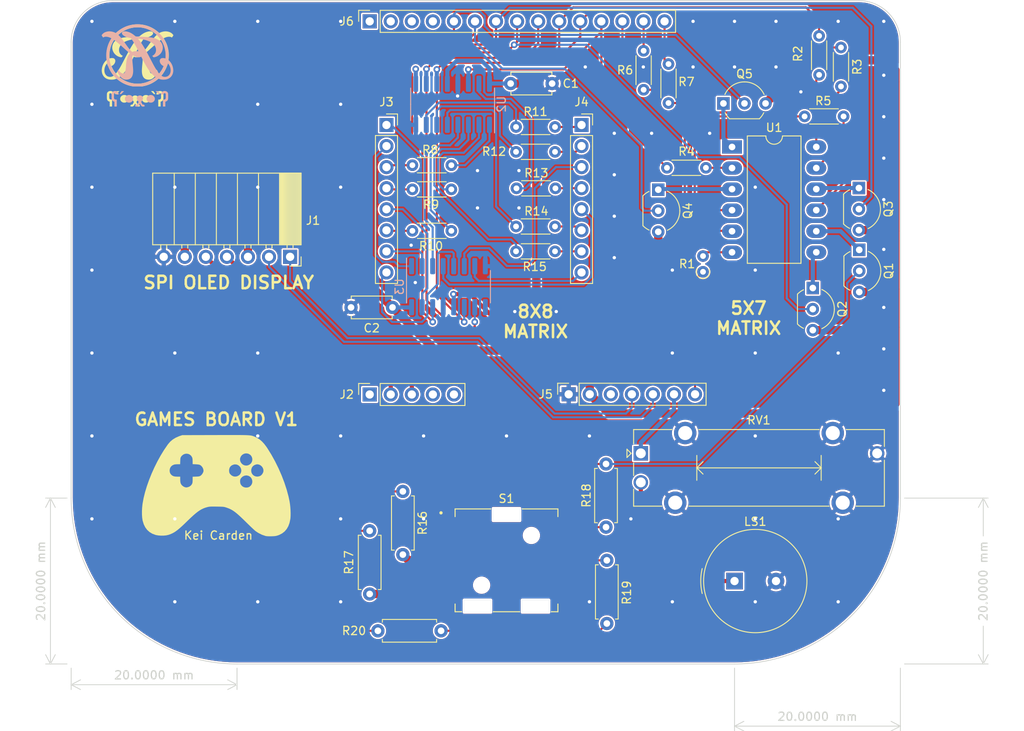
<source format=kicad_pcb>
(kicad_pcb (version 20211014) (generator pcbnew)
  (layers (0 "F.Cu" signal) (31 "B.Cu" signal) (34 "B.Paste" user) (35 "F.Paste" user) (36 "B.SilkS" user "B.Silkscreen") (37 "F.SilkS" user "F.Silkscreen") (38 "B.Mask" user) (39 "F.Mask" user) (44 "Edge.Cuts" user))
  (net 0 "")
  (net 1 "GND")
  (net 2 "VCC")
  (net 3 "CS")
  (net 4 "A0")
  (net 5 "MOSI")
  (net 6 "SCK")
  (net 7 "MX-COL4")
  (net 8 "MX-COL2")
  (net 9 "Net-(J3-Pad3)")
  (net 10 "Net-(J3-Pad4)")
  (net 11 "MX-COL1")
  (net 12 "Net-(J3-Pad6)")
  (net 13 "MX-COL3")
  (net 14 "MX-COL6")
  (net 15 "Net-(J4-Pad1)")
  (net 16 "Net-(J4-Pad2)")
  (net 17 "MX-COL7")
  (net 18 "Net-(J4-Pad4)")
  (net 19 "MX-COL5")
  (net 20 "Net-(J4-Pad6)")
  (net 21 "Net-(J4-Pad7)")
  (net 22 "MX-COL8")
  (net 23 "Net-(Q1-Pad1)")
  (net 24 "COL5")
  (net 25 "Net-(Q2-Pad1)")
  (net 26 "COL4")
  (net 27 "Net-(Q3-Pad1)")
  (net 28 "COL3")
  (net 29 "Net-(Q4-Pad1)")
  (net 30 "COL2")
  (net 31 "Net-(Q5-Pad1)")
  (net 32 "COL1")
  (net 33 "ROW7")
  (net 34 "Net-(R1-Pad2)")
  (net 35 "Net-(R2-Pad1)")
  (net 37 "Net-(R3-Pad1)")
  (net 38 "Net-(R4-Pad1)")
  (net 40 "Net-(R5-Pad1)")
  (net 41 "ROW4")
  (net 42 "Net-(R6-Pad1)")
  (net 43 "ROW5")
  (net 44 "Net-(R7-Pad1)")
  (net 45 "ROW6")
  (net 46 "SER2")
  (net 47 "Latch")
  (net 51 "DATA")
  (net 52 "/SW1")
  (net 53 "/SW2")
  (net 54 "/SW3")
  (net 55 "/SW4")
  (net 56 "/SW5")
  (net 57 "MX-ROW2")
  (net 58 "MX-ROW3")
  (net 59 "MX-ROW4")
  (net 60 "MX-ROW5")
  (net 61 "MX-ROW6")
  (net 62 "MX-ROW7")
  (net 63 "MX-ROW8")
  (net 64 "MX-ROW1")
  (net 68 "MISO")
  (net 69 "ROW2")
  (net 70 "Sound")
  (net 71 "Net-(LS1-Pad1)")
  (footprint "Buzzer_Beeper:Buzzer_TDK_PS1240P02BT_D12.2mm_H6.5mm" (layer "F.Cu") (at 127.5 117.5)
    (fp_text reference "LS1")
    (fp_text value "Speaker")
  )
  (footprint "Resistor_THT:R_Axial_DIN0207_L6.3mm_D2.5mm_P7.62mm_Horizontal" (layer "F.Cu") (at 112.1 115 -90)
    (fp_text reference "R19")
    (fp_text value "2k2")
  )
  (footprint "Resistor_THT:R_Axial_DIN0204_L3.2mm_D1.7mm_P5.08MM_Horizontal" (layer "F.Cu") (at 103.7 68.0875)
    (fp_text reference "R12")
    (fp_text value "220" hide)
  )
  (footprint "Connector_PinSocket_2.54mm:PinSocket_1x07_P2.54mm_Vertical" (layer "F.Cu") (at 107.5 94.975 90)
    (fp_text reference "J5")
    (fp_text value "Conn_01x07_Female")
  )
  (footprint "Resistor_THT:R_Axial_DIN0204_L3.2mm_D1.7mm_P5.08MM_Horizontal" (layer "F.Cu") (at 103.75 72.4875)
    (fp_text reference "R13")
    (fp_text value "220" hide)
  )
  (footprint "Resistor_THT:R_Axial_DIN0204_L3.2mm_D1.7mm_P5.08MM_Horizontal" (layer "F.Cu") (at 103.7 77.0875)
    (fp_text reference "R14")
    (fp_text value "220" hide)
  )
  (footprint "Resistor_THT:R_Axial_DIN0207_L6.3mm_D2.5mm_P7.62mm_Horizontal" (layer "F.Cu") (at 83.5 111.44 -90)
    (fp_text reference "R17")
    (fp_text value "2k2")
  )
  (footprint "Resistor_THT:R_Axial_DIN0204_L3.2mm_D1.7mm_P5.08MM_Horizontal" (layer "F.Cu") (at 140.05 53.9 90)
    (fp_text reference "R2")
    (fp_text value "100" hide)
  )
  (footprint "Package_TO_SOT_THT:TO-92_Inline_Wide" (layer "F.Cu") (at 126.16 59.9)
    (fp_text reference "Q5")
    (fp_text value "2N7000")
  )
  (footprint "Resistor_THT:R_Axial_DIN0207_L6.3mm_D2.5mm_P7.62mm_Horizontal" (layer "F.Cu") (at 112 111 90)
    (fp_text reference "R18")
    (fp_text value "2k2")
  )
  (footprint "Connector_PinSocket_2.54mm:PinSocket_1x15_P2.54mm_Vertical" (layer "F.Cu") (at 83.5 50 90)
    (fp_text reference "J6")
    (fp_text value "RIGHT-BOARD-CONN")
  )
  (footprint "Resistor_THT:R_Axial_DIN0204_L3.6mm_D1.6mm_P1.90mm_Vertical" (layer "F.Cu") (at 123.7 80.205 90)
    (fp_text reference "R1")
    (fp_text value "100" hide)
  )
  (footprint "Connector_PinSocket_2.54mm:PinSocket_1x08_P2.54mm_Vertical" (layer "F.Cu") (at 109.05 62.5)
    (fp_text reference "J4")
    (fp_text value "8x8-MATRIX-RIGHT-CONN")
  )
  (footprint "Resistor_THT:R_Axial_DIN0204_L3.2mm_D1.7mm_P5.08MM_Horizontal" (layer "F.Cu") (at 118.8875 55.7 90)
    (fp_text reference "R6")
    (fp_text value "100" hide)
  )
  (footprint "Package_TO_SOT_THT:TO-92_Inline_Wide" (layer "F.Cu") (at 142.54 77.56 -90)
    (fp_text reference "Q1")
    (fp_text value "2N7000")
  )
  (footprint "Package_TO_SOT_THT:TO-92_Inline_Wide" (layer "F.Cu") (at 118.3 70.3 -90)
    (fp_text reference "Q4")
    (fp_text value "2N7000")
  )
  (footprint "Resistor_THT:R_Axial_DIN0204_L3.2mm_D1.7mm_P5.08MM_Horizontal" (layer "F.Cu") (at 121.5 65.3125 180)
    (fp_text reference "R4")
    (fp_text value "100" hide)
  )
  (footprint "Resistor_THT:R_Axial_DIN0204_L3.2mm_D1.7mm_P5.08MM_Horizontal" (layer "F.Cu") (at 90.8 65 180)
    (fp_text reference "R8")
    (fp_text value "220" hide)
  )
  (footprint "Capacitor_THT:C_Disc_D4.7mm_W2.5mm_P5.00mm" (layer "F.Cu") (at 105.5 57.5 180)
    (fp_text reference "C1")
    (fp_text value "100n")
  )
  (footprint "Package_TO_SOT_THT:TO-92_Inline_Wide" (layer "F.Cu") (at 142.5 70.1 -90)
    (fp_text reference "Q3")
    (fp_text value "2N7000")
  )
  (footprint "Resistor_THT:R_Axial_DIN0204_L3.2mm_D1.7mm_P5.08MM_Horizontal" (layer "F.Cu") (at 121.8875 57.3 90)
    (fp_text reference "R7")
    (fp_text value "100" hide)
  )
  (footprint "Connector_PinSocket_2.54mm:PinSocket_1x08_P2.54mm_Vertical" (layer "F.Cu") (at 85.525 62.5)
    (fp_text reference "J3")
    (fp_text value "8x8-MATRIX-LEFT-CONN")
  )
  (footprint "Resistor_THT:R_Axial_DIN0207_L6.3mm_D2.5mm_P7.62mm_Horizontal" (layer "F.Cu") (at 92.11 123.5 180)
    (fp_text reference "R20")
    (fp_text value "2k2")
  )
  (footprint "logo:logo" (layer "F.Cu") (at 55.8 55.3)
    (fp_text reference "G***" hide)
    (fp_text value "LOGO" hide)
  )
  (footprint "Resistor_THT:R_Axial_DIN0204_L3.2mm_D1.7mm_P5.08MM_Horizontal" (layer "F.Cu") (at 142.6875 55.3 90)
    (fp_text reference "R3")
    (fp_text value "100" hide)
  )
  (footprint "Capacitor_THT:C_Disc_D4.7mm_W2.5mm_P5.00mm" (layer "F.Cu") (at 81.25 84.5)
    (fp_text reference "C2")
    (fp_text value "100n")
  )
  (footprint "Resistor_THT:R_Axial_DIN0204_L3.2mm_D1.7mm_P5.08MM_Horizontal" (layer "F.Cu") (at 138.1 59.1125 180)
    (fp_text reference "R5")
    (fp_text value "100" hide)
  )
  (footprint "Grapics:Controller" (layer "F.Cu") (at 65 106)
    (fp_text reference "G***" hide)
    (fp_text value "LOGO" hide)
  )
  (footprint "Resistor_THT:R_Axial_DIN0204_L3.2mm_D1.7mm_P5.08MM_Horizontal" (layer "F.Cu") (at 90.8 67.9125 180)
    (fp_text reference "R9")
    (fp_text value "220" hide)
  )
  (footprint "Resistor_THT:R_Axial_DIN0207_L6.3mm_D2.5mm_P7.62mm_Horizontal" (layer "F.Cu") (at 87.5 106.69 -90)
    (fp_text reference "R16")
    (fp_text value "2k2")
  )
  (footprint "Connector_PinSocket_2.54mm:PinSocket_1x05_P2.54mm_Vertical" (layer "F.Cu") (at 83.5 95 90)
    (fp_text reference "J2")
    (fp_text value "Conn_01x05_Female")
  )
  (footprint "Potentiometer_THT:Potentiometer_Bourns_PTA1543_Single_Slide" (layer "F.Cu") (at 116.2 102.1)
    (fp_text reference "RV1")
    (fp_text value "R_Potentiometer")
  )
  (footprint "Package_TO_SOT_THT:TO-92_Inline_Wide" (layer "F.Cu") (at 136.94 82.16 -90)
    (fp_text reference "Q2")
    (fp_text value "2N7000")
  )
  (footprint "JS5208:SW_JS5208" (layer "F.Cu") (at 100 115)
    (fp_text reference "S1")
    (fp_text value "JS5208")
    (fp_line (start 1.9 6.25) (end 5.1 6.25) (layer "Edge.Cuts") (width 0.01))
    (fp_line (start -5.1 6.25) (end -5.1 4.8) (layer "Edge.Cuts") (width 0.01))
    (fp_line (start -1.9 4.8) (end -1.9 6.25) (layer "Edge.Cuts") (width 0.01))
    (fp_line (start -1.6 -4.8) (end -1.6 -6.25) (layer "Edge.Cuts") (width 0.01))
    (fp_line (start -1.6 -6.25) (end 1.6 -6.25) (layer "Edge.Cuts") (width 0.01))
    (fp_line (start 1.6 -6.25) (end 1.6 -4.8) (layer "Edge.Cuts") (width 0.01))
    (fp_line (start 1.6 -4.8) (end -1.6 -4.8) (layer "Edge.Cuts") (width 0.01))
    (fp_line (start 5.1 6.25) (end 5.1 4.8) (layer "Edge.Cuts") (width 0.01))
    (fp_line (start -1.9 6.25) (end -5.1 6.25) (layer "Edge.Cuts") (width 0.01))
    (fp_line (start 5.1 4.8) (end 1.9 4.8) (layer "Edge.Cuts") (width 0.01))
    (fp_line (start -5.1 4.8) (end -1.9 4.8) (layer "Edge.Cuts") (width 0.01))
    (fp_line (start 1.9 4.8) (end 1.9 6.25) (layer "Edge.Cuts") (width 0.01))
  )
  (footprint "Resistor_THT:R_Axial_DIN0204_L3.2mm_D1.7mm_P5.08MM_Horizontal" (layer "F.Cu") (at 90.8 72.9125 180)
    (fp_text reference "R10")
    (fp_text value "220" hide)
  )
  (footprint "Package_DIP:DIP-12_W10.16mm_LongPads" (layer "F.Cu") (at 127.2 65.15)
    (fp_text reference "U1")
    (fp_text value "TA07_LED_M_ATRIX")
  )
  (footprint "Connector_PinSocket_2.54mm:PinSocket_1x07_P2.54mm_Horizontal" (layer "F.Cu") (at 73.9 78.4 -90)
    (fp_text reference "J1")
    (fp_text value "OLED-CONN")
  )
  (footprint "Resistor_THT:R_Axial_DIN0204_L3.2mm_D1.7mm_P5.08MM_Horizontal" (layer "F.Cu") (at 103.7 65.0875)
    (fp_text reference "R11")
    (fp_text value "220" hide)
  )
  (footprint "Resistor_THT:R_Axial_DIN0204_L3.2mm_D1.7mm_P5.08MM_Horizontal" (layer "F.Cu") (at 103.7 80.0875)
    (fp_text reference "R15")
    (fp_text value "220" hide)
  )
  (footprint "logo:logo" (layer "B.Cu") (at 55.2 55.3 180)
    (fp_text reference "G***" hide)
    (fp_text value "LOGO" hide)
  )
  (footprint "Package_SO:SOIC-16_3.9x9.9mm_P1.27mm" (layer "B.Cu") (at 93.5 60 90)
    (fp_text reference "U2")
    (fp_text value "74HC595")
  )
  (footprint "Package_SO:SOIC-16_3.9x9.9mm_P1.27mm" (layer "B.Cu") (at 93 82 -90)
    (fp_text reference "U3")
    (fp_text value "74HC595")
  )
  (gr_arc (start 147.5 107.5) (mid 141.642136 121.642136) (end 127.5 127.5) (layer "Edge.Cuts") (width 0.1))
  (gr_line (start 142.5 47.5) (end 52.5 47.5) (layer "Edge.Cuts") (width 0.1))
  (gr_arc (start 142.5 47.5) (mid 146.035534 48.964466) (end 147.5 52.5) (layer "Edge.Cuts") (width 0.1))
  (gr_line (start 47.5 52.5) (end 47.5 107.5) (layer "Edge.Cuts") (width 0.1))
  (gr_line (start 67.5 127.5) (end 127.5 127.5) (layer "Edge.Cuts") (width 0.1))
  (gr_arc (start 47.5 52.5) (mid 48.964466 48.964466) (end 52.5 47.5) (layer "Edge.Cuts") (width 0.1))
  (gr_line (start 147.5 107.5) (end 147.5 52.5) (layer "Edge.Cuts") (width 0.1))
  (gr_arc (start 67.5 127.5) (mid 53.357864 121.642136) (end 47.5 107.5) (layer "Edge.Cuts") (width 0.1))
  (gr_text "5X7\nMATRIX" (at 129.2 85.8) (layer "F.SilkS") (effects (font (size 1.5 1.5) (thickness 0.3))))
  (gr_text "GAMES BOARD V1\n" (at 65 98) (layer "F.SilkS") (effects (font (size 1.5 1.5) (thickness 0.3))))
  (gr_text "Kei Carden" (at 65.25 112) (layer "F.SilkS") (effects (font (size 1 1))))
  (gr_text "8X8\nMATRIX" (at 103.5 86.2) (layer "F.SilkS") (effects (font (size 1.5 1.5) (thickness 0.3))))
  (gr_text "SPI OLED DISPLAY" (at 66.5 81.5) (layer "F.SilkS") (effects (font (size 1.5 1.5) (thickness 0.3))))
  (dimension (type aligned) (layer "Edge.Cuts") (pts (xy 147.5 127.5) (xy 147.5 107.5)) (height 10) (gr_text "20.0000 mm" (at 157.5 117.5 90) (layer "Edge.Cuts") (effects (font (size 1 1) (thickness 0.15)))) (format (units 3) (units_format 1) (precision 4)) (style (thickness 0.1) (arrow_length 1.27) (text_position_mode 2) (extension_height 0.58642) (extension_offset 0.5) keep_text_aligned))
  (dimension (type aligned) (layer "Edge.Cuts") (pts (xy 47.5 127.5) (xy 67.5 127.5)) (height 2.5) (gr_text "20.0000 mm" (at 57.5 128.85) (layer "Edge.Cuts") (effects (font (size 1 1) (thickness 0.15)))) (format (units 3) (units_format 1) (precision 4)) (style (thickness 0.1) (arrow_length 1.27) (text_position_mode 0) (extension_height 0.58642) (extension_offset 0.5) keep_text_aligned))
  (dimension (type aligned) (layer "Edge.Cuts") (pts (xy 47.5 127.5) (xy 47.5 107.5)) (height -2.5) (gr_text "20.0000 mm" (at 43.85 117.5 90) (layer "Edge.Cuts") (effects (font (size 1 1) (thickness 0.15)))) (format (units 3) (units_format 1) (precision 4)) (style (thickness 0.1) (arrow_length 1.27) (text_position_mode 0) (extension_height 0.58642) (extension_offset 0.5) keep_text_aligned))
  (dimension (type aligned) (layer "Edge.Cuts") (pts (xy 147.5 127.5) (xy 127.5 127.5)) (height -7.5) (gr_text "20.0000 mm" (at 137.5 133.85) (layer "Edge.Cuts") (effects (font (size 1 1) (thickness 0.15)))) (format (units 3) (units_format 1) (precision 4)) (style (thickness 0.1) (arrow_length 1.27) (text_position_mode 0) (extension_height 0.58642) (extension_offset 0.5) keep_text_aligned))
  (via (at 116.5 55.5) (size 0.8) (drill 0.4) (layers "F.Cu" "B.Cu") (net 1))
  (via (at 113 78.5) (size 0.8) (drill 0.4) (layers "F.Cu" "B.Cu") (net 1))
  (via (at 89 81.5) (size 0.8) (drill 0.4) (layers "F.Cu" "B.Cu") (net 1))
  (via (at 110 100) (size 0.8) (drill 0.4) (layers "F.Cu" "B.Cu") (net 1))
  (via (at 132.5 55.5) (size 0.8) (drill 0.4) (layers "F.Cu" "B.Cu") (net 1))
  (via (at 80 70) (size 0.8) (drill 0.4) (layers "F.Cu" "B.Cu") (net 1))
  (via (at 101 85) (size 0.8) (drill 0.4) (layers "F.Cu" "B.Cu") (net 1))
  (via (at 145.5 66.5) (size 0.8) (drill 0.4) (layers "F.Cu" "B.Cu") (net 1))
  (via (at 145.5 84.5) (size 0.8) (drill 0.4) (layers "F.Cu" "B.Cu") (net 1))
  (via (at 90 100) (size 0.8) (drill 0.4) (layers "F.Cu" "B.Cu") (net 1))
  (via (at 145.5 56.5) (size 0.8) (drill 0.4) (layers "F.Cu" "B.Cu") (net 1))
  (via (at 145.5 94.5) (size 0.8) (drill 0.4) (layers "F.Cu" "B.Cu") (net 1))
  (via (at 60 110) (size 0.8) (drill 0.4) (layers "F.Cu" "B.Cu") (net 1))
  (via (at 140 110) (size 0.8) (drill 0.4) (layers "F.Cu" "B.Cu") (net 1))
  (via (at 80 50) (size 0.8) (drill 0.4) (layers "F.Cu" "B.Cu") (net 1))
  (via (at 130 120) (size 0.8) (drill 0.4) (layers "F.Cu" "B.Cu") (net 1))
  (via (at 127.5 50) (size 0.8) (drill 0.4) (layers "F.Cu" "B.Cu") (net 1))
  (via (at 94.1 59) (size 0.8) (drill 0.4) (layers "F.Cu" "B.Cu") (net 1))
  (via (at 70 70) (size 0.8) (drill 0.4) (layers "F.Cu" "B.Cu") (net 1))
  (via (at 60 50) (size 0.8) (drill 0.4) (layers "F.Cu" "B.Cu") (net 1))
  (via (at 70 90) (size 0.8) (drill 0.4) (layers "F.Cu" "B.Cu") (net 1))
  (via (at 120 90) (size 0.8) (drill 0.4) (layers "F.Cu" "B.Cu") (net 1))
  (via (at 96.5 72.5) (size 0.8) (drill 0.4) (layers "F.Cu" "B.Cu") (net 1))
  (via (at 140 120) (size 0.8) (drill 0.4) (layers "F.Cu" "B.Cu") (net 1))
  (via (at 50 80) (size 0.8) (drill 0.4) (layers "F.Cu" "B.Cu") (net 1))
  (via (at 50 90) (size 0.8) (drill 0.4) (layers "F.Cu" "B.Cu") (net 1))
  (via (at 120 120) (size 0.8) (drill 0.4) (layers "F.Cu" "B.Cu") (net 1))
  (via (at 109.5 55.5) (size 0.8) (drill 0.4) (layers "F.Cu" "B.Cu") (net 1))
  (via (at 113 73.5) (size 0.8) (drill 0.4) (layers "F.Cu" "B.Cu") (net 1))
  (via (at 50 70) (size 0.8) (drill 0.4) (layers "F.Cu" "B.Cu") (net 1))
  (via (at 50 100) (size 0.8) (drill 0.4) (layers "F.Cu" "B.Cu") (net 1))
  (via (at 145.5 77.5) (size 0.8) (drill 0.4) (layers "F.Cu" "B.Cu") (net 1))
  (via (at 115 110) (size 0.8) (drill 0.4) (layers "F.Cu" "B.Cu") (net 1))
  (via (at 80 60) (size 0.8) (drill 0.4) (layers "F.Cu" "B.Cu") (net 1))
  (via (at 70 100) (size 0.8) (drill 0.4) (layers "F.Cu" "B.Cu") (net 1))
  (via (at 117.5 63.5) (size 0.8) (drill 0.4) (layers "F.Cu" "B.Cu") (net 1))
  (via (at 113 63.5) (size 0.8) (drill 0.4) (layers "F.Cu" "B.Cu") (net 1))
  (via (at 140 50) (size 0.8) (drill 0.4) (layers "F.Cu" "B.Cu") (net 1))
  (via (at 110 120) (size 0.8) (drill 0.4) (layers "F.Cu" "B.Cu") (net 1))
  (via (at 120 80) (size 0.8) (drill 0.4) (layers "F.Cu" "B.Cu") (net 1))
  (via (at 70 60) (size 0.8) (drill 0.4) (layers "F.Cu" "B.Cu") (net 1))
  (via (at 140 90) (size 0.8) (drill 0.4) (layers "F.Cu" "B.Cu") (net 1))
  (via (at 145.5 89.5) (size 0.8) (drill 0.4) (layers "F.Cu" "B.Cu") (net 1))
  (via (at 70 120) (size 0.8) (drill 0.4) (layers "F.Cu" "B.Cu") (net 1))
  (via (at 80 120) (size 0.8) (drill 0.4) (layers "F.Cu" "B.Cu") (net 1))
  (via (at 127.5 55.5) (size 0.8) (drill 0.4) (layers "F.Cu" "B.Cu") (net 1))
  (via (at 124.5 63.5) (size 0.8) (drill 0.4) (layers "F.Cu" "B.Cu") (net 1))
  (via (at 145.5 71.5) (size 0.8) (drill 0.4) (layers "F.Cu" "B.Cu") (net 1))
  (via (at 50 50) (size 0.8) (drill 0.4) (layers "F.Cu" "B.Cu") (net 1))
  (via (at 100 100) (size 0.8) (drill 0.4) (layers "F.Cu" "B.Cu") (net 1))
  (via (at 60 70) (size 0.8) (drill 0.4) (layers "F.Cu" "B.Cu") (net 1))
  (via (at 145.5 50) (size 0.8) (drill 0.4) (layers "F.Cu" "B.Cu") (net 1))
  (via (at 135.5 58.5) (size 0.8) (drill 0.4) (layers "F.Cu" "B.Cu") (net 1))
  (via (at 145.5 61.5) (size 0.8) (drill 0.4) (layers "F.Cu" "B.Cu") (net 1))
  (via (at 130 70) (size 0.8) (drill 0.4) (layers "F.Cu" "B.Cu") (net 1))
  (via (at 50 60) (size 0.8) (drill 0.4) (layers "F.Cu" "B.Cu") (net 1))
  (via (at 60 120) (size 0.8) (drill 0.4) (layers "F.Cu" "B.Cu") (net 1))
  (via (at 106 85) (size 0.8) (drill 0.4) (layers "F.Cu" "B.Cu") (net 1))
  (via (at 70 50) (size 0.8) (drill 0.4) (layers "F.Cu" "B.Cu") (net 1))
  (via (at 96.5 68) (size 0.8) (drill 0.4) (layers "F.Cu" "B.Cu") (net 1))
  (via (at 88.5 77) (size 0.8) (drill 0.4) (layers "F.Cu" "B.Cu") (net 1))
  (via (at 60 90) (size 0.8) (drill 0.4) (layers "F.Cu" "B.Cu") (net 1))
  (via (at 130 80) (size 0.8) (drill 0.4) (layers "F.Cu" "B.Cu") (net 1))
  (via (at 113 68.5) (size 0.8) (drill 0.4) (layers "F.Cu" "B.Cu") (net 1))
  (via (at 130 100) (size 0.8) (drill 0.4) (layers "F.Cu" "B.Cu") (net 1))
  (via (at 101.5 72.5) (size 0.8) (drill 0.4) (layers "F.Cu" "B.Cu") (net 1))
  (via (at 101.5 68) (size 0.8) (drill 0.4) (layers "F.Cu" "B.Cu") (net 1))
  (via (at 50 110) (size 0.8) (drill 0.4) (layers "F.Cu" "B.Cu") (net 1))
  (via (at 132.5 50) (size 0.8) (drill 0.4) (layers "F.Cu" "B.Cu") (net 1))
  (via (at 122.5 50) (size 0.8) (drill 0.4) (layers "F.Cu" "B.Cu") (net 1))
  (via (at 80 110) (size 0.8) (drill 0.4) (layers "F.Cu" "B.Cu") (net 1))
  (via (at 122.5 55.5) (size 0.8) (drill 0.4) (layers "F.Cu" "B.Cu") (net 1))
  (via (at 80 100) (size 0.8) (drill 0.4) (layers "F.Cu" "B.Cu") (net 1))
  (via (at 130 90) (size 0.8) (drill 0.4) (layers "F.Cu" "B.Cu") (net 1))
  (via (at 130 110) (size 0.8) (drill 0.4) (layers "F.Cu" "B.Cu") (net 1))
  (via (at 90 110) (size 0.8) (drill 0.4) (layers "F.Cu" "B.Cu") (net 1))
  (segment (start 94.135 57.525) (end 94.135 58.965) (width 0.5) (layer "B.Cu") (net 1))
  (segment (start 94.135 58.965) (end 94.1 59) (width 0.5) (layer "B.Cu") (net 1))
  (segment (start 146.9 82.3) (end 146.9 86.9) (width 1) (layer "F.Cu") (net 2))
  (segment (start 103.6 89.6) (end 103.7 89.7) (width 1) (layer "F.Cu") (net 2))
  (segment (start 62.15 76.25) (end 61.2 77.2) (width 1) (layer "F.Cu") (net 2))
  (segment (start 103.6 58.4) (end 102.7 57.5) (width 1) (layer "F.Cu") (net 2))
  (segment (start 103.7 89.7) (end 98.5 89.7) (width 1) (layer "F.Cu") (net 2))
  (segment (start 70 76.25) (end 69.15 76.25) (width 1) (layer "F.Cu") (net 2))
  (segment (start 136.44 54.7) (end 145.7 54.7) (width 1) (layer "F.Cu") (net 2))
  (segment (start 142.5 75.18) (end 146.78 75.18) (width 1) (layer "F.Cu") (net 2))
  (segment (start 78 76.25) (end 86.25 84.5) (width 1) (layer "F.Cu") (net 2))
  (segment (start 110 89.6) (end 109.9 89.7) (width 1) (layer "F.Cu") (net 2))
  (segment (start 131.24 59.9) (end 136.44 54.7) (width 1) (layer "F.Cu") (net 2))
  (segment (start 118.3 79.1) (end 118.3 75.38) (width 1) (layer "F.Cu") (net 2))
  (segment (start 146.9 86.9) (end 146.9 96.1) (width 1) (layer "F.Cu") (net 2))
  (segment (start 110.04 88.26) (end 110.04 87.36) (width 1) (layer "F.Cu") (net 2))
  (segment (start 110.04 94.975) (end 110.04 88.26) (width 1) (layer "F.Cu") (net 2))
  (segment (start 98.5 89.7) (end 91.45 89.7) (width 1) (layer "F.Cu") (net 2))
  (segment (start 146.9 55.9) (end 146.9 57.3) (width 1) (layer "F.Cu") (net 2))
  (segment (start 146.56 82.64) (end 146.9 82.3) (width 1) (layer "F.Cu") (net 2))
  (segment (start 102.7 57.5) (end 100.5 57.5) (width 1) (layer "F.Cu") (net 2))
  (segment (start 136.94 87.24) (end 146.56 87.24) (width 1) (layer "F.Cu") (net 2))
  (segment (start 146.9 57.3) (end 146.9 75.3) (width 1) (layer "F.Cu") (net 2))
  (segment (start 68.82 78.4) (end 68.82 76.58) (width 1) (layer "F.Cu") (net 2))
  (segment (start 146.9 96.1) (end 145.9 97.1) (width 1) (layer "F.Cu") (net 2))
  (segment (start 145.7 54.7) (end 146.9 55.9) (width 1) (layer "F.Cu") (net 2))
  (segment (start 70 76.25) (end 78 76.25) (width 1) (layer "F.Cu") (net 2))
  (segment (start 103.6 58.4) (end 103.6 89.6) (width 1) (layer "F.Cu") (net 2))
  (segment (start 146.78 75.18) (end 146.9 75.3) (width 1) (layer "F.Cu") (net 2))
  (segment (start 98.6 85.9) (end 98.6 89.6) (width 0.5) (layer "F.Cu") (net 2))
  (segment (start 68.82 76.58) (end 69.15 76.25) (width 1) (layer "F.Cu") (net 2))
  (segment (start 146.9 75.3) (end 146.9 82.3) (width 1) (layer "F.Cu") (net 2))
  (segment (start 109.9 89.7) (end 103.7 89.7) (width 1) (layer "F.Cu") (net 2))
  (segment (start 110.04 94.975) (end 112.362103 97.297103) (width 1) (layer "F.Cu") (net 2))
  (segment (start 110.04 87.36) (end 118.3 79.1) (width 1) (layer "F.Cu") (net 2))
  (segment (start 142.54 82.64) (end 146.56 82.64) (width 1) (layer "F.Cu") (net 2))
  (segment (start 95.6 82.9) (end 98.6 85.9) (width 0.5) (layer "F.Cu") (net 2))
  (segment (start 91.45 89.7) (end 86.25 84.5) (width 1) (layer "F.Cu") (net 2))
  (segment (start 98.6 89.6) (end 98.5 89.7) (width 0.5) (layer "F.Cu") (net 2))
  (segment (start 61.2 77.2) (end 61.2 78.4) (width 1) (layer "F.Cu") (net 2))
  (segment (start 93.6 82.9) (end 95.6 82.9) (width 0.5) (layer "F.Cu") (net 2))
  (segment (start 69.15 76.25) (end 62.15 76.25) (width 1) (layer "F.Cu") (net 2))
  (segment (start 146.56 87.24) (end 146.9 86.9) (width 1) (layer "F.Cu") (net 2))
  (segment (start 112.362103 97.297103) (end 145.702897 97.297103) (width 1) (layer "F.Cu") (net 2))
  (via (at 93.6 82.9) (size 0.8) (drill 0.4) (layers "F.Cu" "B.Cu") (net 2))
  (segment (start 94 54.75) (end 92.865 55.885) (width 0.5) (layer "B.Cu") (net 2))
  (segment (start 93.635 84.475) (end 93.635 82.935) (width 0.5) (layer "B.Cu") (net 2))
  (segment (start 97.945 57.525) (end 97.945 55.695) (width 0.5) (layer "B.Cu") (net 2))
  (segment (start 100.5 57.5) (end 97.97 57.5) (width 0.5) (layer "B.Cu") (net 2))
  (segment (start 92.865 55.885) (end 92.865 57.525) (width 0.5) (layer "B.Cu") (net 2))
  (segment (start 93.635 82.935) (end 93.6 82.9) (width 0.5) (layer "B.Cu") (net 2))
  (segment (start 88.53 84.5) (end 88.555 84.475) (width 0.5) (layer "B.Cu") (net 2))
  (segment (start 97.97 57.5) (end 97.945 57.525) (width 0.5) (layer "B.Cu") (net 2))
  (segment (start 86.25 84.5) (end 88.53 84.5) (width 0.5) (layer "B.Cu") (net 2))
  (segment (start 97 54.75) (end 94 54.75) (width 0.5) (layer "B.Cu") (net 2))
  (segment (start 97.945 55.695) (end 97 54.75) (width 0.5) (layer "B.Cu") (net 2))
  (segment (start 96.7 88.2) (end 80.8 88.2) (width 0.25) (layer "B.Cu") (net 3))
  (segment (start 114.4 97.3) (end 105.8 97.3) (width 0.25) (layer "B.Cu") (net 3))
  (segment (start 115.12 96.58) (end 114.4 97.3) (width 0.25) (layer "B.Cu") (net 3))
  (segment (start 73.9 81.3) (end 73.9 78.4) (width 0.25) (layer "B.Cu") (net 3))
  (segment (start 115.12 94.975) (end 115.12 96.58) (width 0.25) (layer "B.Cu") (net 3))
  (segment (start 80.8 88.2) (end 73.9 81.3) (width 0.25) (layer "B.Cu") (net 3))
  (segment (start 105.8 97.3) (end 96.7 88.2) (width 0.25) (layer "B.Cu") (net 3))
  (segment (start 96.513604 88.65) (end 105.613604 97.75) (width 0.25) (layer "B.Cu") (net 4))
  (segment (start 71.36 79.602081) (end 80.407919 88.65) (width 0.25) (layer "B.Cu") (net 4))
  (segment (start 71.36 78.4) (end 71.36 79.602081) (width 0.25) (layer "B.Cu") (net 4))
  (segment (start 116.25 97.75) (end 117.66 96.34) (width 0.25) (layer "B.Cu") (net 4))
  (segment (start 117.66 96.34) (end 117.66 94.975) (width 0.25) (layer "B.Cu") (net 4))
  (segment (start 80.407919 88.65) (end 96.513604 88.65) (width 0.25) (layer "B.Cu") (net 4))
  (segment (start 105.613604 97.75) (end 116.25 97.75) (width 0.25) (layer "B.Cu") (net 4))
  (segment (start 77.48 89.6) (end 85.1 89.6) (width 0.5) (layer "F.Cu") (net 5))
  (segment (start 88.58 93.08) (end 88.58 95) (width 0.5) (layer "F.Cu") (net 5))
  (segment (start 66.28 78.4) (end 77.48 89.6) (width 0.5) (layer "F.Cu") (net 5))
  (segment (start 85.1 89.6) (end 88.58 93.08) (width 0.5) (layer "F.Cu") (net 5))
  (segment (start 76.14 90.8) (end 83.9 90.8) (width 0.5) (layer "F.Cu") (net 6))
  (segment (start 63.74 78.4) (end 76.14 90.8) (width 0.5) (layer "F.Cu") (net 6))
  (segment (start 86.04 92.94) (end 86.04 95) (width 0.5) (layer "F.Cu") (net 6))
  (segment (start 83.9 90.8) (end 86.04 92.94) (width 0.5) (layer "F.Cu") (net 6))
  (segment (start 86.1 62.5) (end 90.15 66.55) (width 0.25) (layer "B.Cu") (net 7))
  (segment (start 91.095 74.845) (end 91.095 79.525) (width 0.25) (layer "B.Cu") (net 7))
  (segment (start 85.525 62.5) (end 86.1 62.5) (width 0.25) (layer "B.Cu") (net 7))
  (segment (start 90.15 66.55) (end 90.15 73.9) (width 0.25) (layer "B.Cu") (net 7))
  (segment (start 90.15 73.9) (end 91.095 74.845) (width 0.25) (layer "B.Cu") (net 7))
  (segment (start 84.2 78.15) (end 84.2 66.365) (width 0.25) (layer "B.Cu") (net 8))
  (segment (start 88.555 79.525) (end 87.025 79.525) (width 0.25) (layer "B.Cu") (net 8))
  (segment (start 84.2 66.365) (end 85.525 65.04) (width 0.25) (layer "B.Cu") (net 8))
  (segment (start 86.5 79) (end 85.05 79) (width 0.25) (layer "B.Cu") (net 8))
  (segment (start 85.05 79) (end 84.2 78.15) (width 0.25) (layer "B.Cu") (net 8))
  (segment (start 87.025 79.525) (end 86.5 79) (width 0.25) (layer "B.Cu") (net 8))
  (segment (start 85.755 67.35) (end 85.525 67.58) (width 0.25) (layer "F.Cu") (net 9))
  (segment (start 88.65 67.35) (end 85.755 67.35) (width 0.25) (layer "F.Cu") (net 9))
  (segment (start 85.6675 70.2625) (end 85.525 70.12) (width 0.25) (layer "F.Cu") (net 10))
  (segment (start 88.65 70.2625) (end 85.6675 70.2625) (width 0.25) (layer "F.Cu") (net 10))
  (segment (start 85.525 72.66) (end 87.497069 72.66) (width 0.25) (layer "B.Cu") (net 11))
  (segment (start 87.497069 72.66) (end 90.45 75.612931) (width 0.25) (layer "B.Cu") (net 11))
  (segment (start 89.825 82.825) (end 89.825 84.475) (width 0.25) (layer "B.Cu") (net 11))
  (segment (start 90.45 82.2) (end 89.825 82.825) (width 0.25) (layer "B.Cu") (net 11))
  (segment (start 90.45 75.612931) (end 90.45 82.2) (width 0.25) (layer "B.Cu") (net 11))
  (segment (start 88.65 75.2625) (end 85.5875 75.2625) (width 0.25) (layer "F.Cu") (net 12))
  (segment (start 85.5875 75.2625) (end 85.525 75.2) (width 0.25) (layer "F.Cu") (net 12))
  (segment (start 85.525 77.74) (end 89.49 77.74) (width 0.25) (layer "B.Cu") (net 13))
  (segment (start 89.49 77.74) (end 89.825 78.075) (width 0.25) (layer "B.Cu") (net 13))
  (segment (start 89.825 78.075) (end 89.825 79.525) (width 0.25) (layer "B.Cu") (net 13))
  (segment (start 85 80.805) (end 85.525 80.28) (width 0.25) (layer "B.Cu") (net 14))
  (segment (start 93.635 79.525) (end 93.635 77.985) (width 0.25) (layer "B.Cu") (net 14))
  (segment (start 86.204505 86.25) (end 85 85.045495) (width 0.25) (layer "B.Cu") (net 14))
  (segment (start 93.635 77.985) (end 93.45 77.8) (width 0.25) (layer "B.Cu") (net 14))
  (segment (start 90.45 82.95) (end 90.45 85.6) (width 0.25) (layer "B.Cu") (net 14))
  (segment (start 85 85.045495) (end 85 80.805) (width 0.25) (layer "B.Cu") (net 14))
  (segment (start 91.72 78.03) (end 91.72 81.68) (width 0.25) (layer "B.Cu") (net 14))
  (segment (start 89.8 86.25) (end 86.204505 86.25) (width 0.25) (layer "B.Cu") (net 14))
  (segment (start 91.72 81.68) (end 90.45 82.95) (width 0.25) (layer "B.Cu") (net 14))
  (segment (start 90.45 85.6) (end 89.8 86.25) (width 0.25) (layer "B.Cu") (net 14))
  (segment (start 93.45 77.8) (end 91.95 77.8) (width 0.25) (layer "B.Cu") (net 14))
  (segment (start 91.95 77.8) (end 91.72 78.03) (width 0.25) (layer "B.Cu") (net 14))
  (segment (start 105.85 62.7375) (end 108.8125 62.7375) (width 0.25) (layer "F.Cu") (net 15))
  (segment (start 108.8125 62.7375) (end 109.05 62.5) (width 0.25) (layer "F.Cu") (net 15))
  (segment (start 105.85 65.7375) (end 108.3525 65.7375) (width 0.25) (layer "F.Cu") (net 16))
  (segment (start 108.3525 65.7375) (end 109.05 65.04) (width 0.25) (layer "F.Cu") (net 16))
  (segment (start 103.4 78.6) (end 102.5 79.5) (width 0.25) (layer "B.Cu") (net 17))
  (segment (start 105.963966 67.58) (end 103.4 70.143966) (width 0.25) (layer "B.Cu") (net 17))
  (segment (start 102.5 79.5) (end 100.05 79.5) (width 0.25) (layer "B.Cu") (net 17))
  (segment (start 100.05 79.5) (end 97.9 77.35) (width 0.25) (layer "B.Cu") (net 17))
  (segment (start 97.9 77.35) (end 95.55 77.35) (width 0.25) (layer "B.Cu") (net 17))
  (segment (start 109.05 67.58) (end 105.963966 67.58) (width 0.25) (layer "B.Cu") (net 17))
  (segment (start 103.4 70.143966) (end 103.4 78.6) (width 0.25) (layer "B.Cu") (net 17))
  (segment (start 94.905 77.995) (end 94.905 79.525) (width 0.25) (layer "B.Cu") (net 17))
  (segment (start 95.55 77.35) (end 94.905 77.995) (width 0.25) (layer "B.Cu") (net 17))
  (segment (start 109.05 70.12) (end 105.9175 70.12) (width 0.25) (layer "F.Cu") (net 18))
  (segment (start 105.9175 70.12) (end 105.9 70.1375) (width 0.25) (layer "F.Cu") (net 18))
  (segment (start 105.9175 70.12) (end 105.9 70.1375) (width 0.25) (layer "B.Cu") (net 18))
  (segment (start 109.05 72.66) (end 110.225 73.835) (width 0.25) (layer "B.Cu") (net 19))
  (segment (start 110.225 73.835) (end 110.225 80.825) (width 0.25) (layer "B.Cu") (net 19))
  (segment (start 92.365 81) (end 92.365 79.525) (width 0.25) (layer "B.Cu") (net 19))
  (segment (start 93.115 81.75) (end 92.365 81) (width 0.25) (layer "B.Cu") (net 19))
  (segment (start 110.225 80.825) (end 109.3 81.75) (width 0.25) (layer "B.Cu") (net 19))
  (segment (start 109.3 81.75) (end 93.115 81.75) (width 0.25) (layer "B.Cu") (net 19))
  (segment (start 108.5875 74.7375) (end 109.05 75.2) (width 0.25) (layer "F.Cu") (net 20))
  (segment (start 105.85 74.7375) (end 108.5875 74.7375) (width 0.25) (layer "F.Cu") (net 20))
  (segment (start 105.85 77.7375) (end 109.0475 77.7375) (width 0.25) (layer "F.Cu") (net 21))
  (segment (start 109.0475 77.7375) (end 109.05 77.74) (width 0.25) (layer "F.Cu") (net 21))
  (segment (start 109.0475 77.7375) (end 109.05 77.74) (width 0.25) (layer "B.Cu") (net 21))
  (segment (start 96.175 79.525) (end 96.175 80.825) (width 0.25) (layer "B.Cu") (net 22))
  (segment (start 108.03 81.3) (end 109.05 80.28) (width 0.25) (layer "B.Cu") (net 22))
  (segment (start 96.175 80.825) (end 96.65 81.3) (width 0.25) (layer "B.Cu") (net 22))
  (segment (start 96.65 81.3) (end 108.03 81.3) (width 0.25) (layer "B.Cu") (net 22))
  (segment (start 137.36 75.31) (end 140.29 75.31) (width 0.5) (layer "B.Cu") (net 23))
  (segment (start 140.29 75.31) (end 142.54 77.56) (width 0.5) (layer "B.Cu") (net 23))
  (segment (start 55.25 95) (end 55.25 67.25) (width 0.25) (layer "F.Cu") (net 24))
  (segment (start 63.63 103.38) (end 55.25 95) (width 0.25) (layer "F.Cu") (net 24))
  (segment (start 103.82 52.68) (end 103.82 50) (width 0.25) (layer "F.Cu") (net 24))
  (segment (start 55.25 67.25) (end 68.75 53.75) (width 0.25) (layer "F.Cu") (net 24))
  (segment (start 68.75 53.75) (end 102.75 53.75) (width 0.25) (layer "F.Cu") (net 24))
  (segment (start 102.75 53.75) (end 103.82 52.68) (width 0.25) (layer "F.Cu") (net 24))
  (segment (start 112 103.38) (end 63.63 103.38) (width 0.25) (layer "F.Cu") (net 24))
  (segment (start 123.32028 103.38) (end 141.086399 85.613881) (width 0.25) (layer "B.Cu") (net 24))
  (segment (start 141.086399 85.613881) (end 141.086399 81.553601) (width 0.25) (layer "B.Cu") (net 24))
  (segment (start 141.086399 81.553601) (end 142.54 80.1) (width 0.25) (layer "B.Cu") (net 24))
  (segment (start 112 103.38) (end 123.32028 103.38) (width 0.25) (layer "B.Cu") (net 24))
  (segment (start 136.94 82.16) (end 136.94 78.27) (width 0.5) (layer "B.Cu") (net 25))
  (segment (start 136.94 78.27) (end 137.36 77.85) (width 0.5) (layer "B.Cu") (net 25))
  (segment (start 100.925 52.825) (end 101.28 52.47) (width 0.25) (layer "F.Cu") (net 26))
  (segment (start 100.5 53.25) (end 100.925 52.825) (width 0.25) (layer "F.Cu") (net 26))
  (segment (start 87.5 106.69) (end 66.19 106.69) (width 0.25) (layer "F.Cu") (net 26))
  (segment (start 54.75 67.113604) (end 68.613604 53.25) (width 0.25) (layer "F.Cu") (net 26))
  (segment (start 68.613604 53.25) (end 100.5 53.25) (width 0.25) (layer "F.Cu") (net 26))
  (segment (start 66.19 106.69) (end 54.75 95.25) (width 0.25) (layer "F.Cu") (net 26))
  (segment (start 101.28 52.47) (end 101.28 50) (width 0.25) (layer "F.Cu") (net 26))
  (segment (start 54.75 95.25) (end 54.75 67.113604) (width 0.25) (layer "F.Cu") (net 26))
  (via (at 100.925 52.825) (size 0.8) (drill 0.4) (layers "F.Cu" "B.Cu") (net 26))
  (segment (start 133.8 72.1) (end 133.8 83.4) (width 0.25) (layer "B.Cu") (net 26))
  (segment (start 133.8 83.4) (end 135.1 84.7) (width 0.25) (layer "B.Cu") (net 26))
  (segment (start 100.925 52.825) (end 109.662931 52.825) (width 0.25) (layer "B.Cu") (net 26))
  (segment (start 128.083695 66.383695) (end 133.8 72.1) (width 0.25) (layer "B.Cu") (net 26))
  (segment (start 135.1 84.7) (end 136.94 84.7) (width 0.25) (layer "B.Cu") (net 26))
  (segment (start 109.662931 52.825) (end 123.221626 66.383695) (width 0.25) (layer "B.Cu") (net 26))
  (segment (start 123.221626 66.383695) (end 128.083695 66.383695) (width 0.25) (layer "B.Cu") (net 26))
  (segment (start 142.5 70.1) (end 137.49 70.1) (width 0.5) (layer "B.Cu") (net 27))
  (segment (start 137.49 70.1) (end 137.36 70.23) (width 0.5) (layer "B.Cu") (net 27))
  (segment (start 83.5 111.44) (end 70.303604 111.44) (width 0.25) (layer "F.Cu") (net 28))
  (segment (start 54.25 66.977208) (end 68.427208 52.8) (width 0.25) (layer "F.Cu") (net 28))
  (segment (start 70.303604 111.44) (end 54.25 95.386396) (width 0.25) (layer "F.Cu") (net 28))
  (segment (start 54.25 95.386396) (end 54.25 66.977208) (width 0.25) (layer "F.Cu") (net 28))
  (segment (start 98 52.8) (end 98.74 52.06) (width 0.25) (layer "F.Cu") (net 28))
  (segment (start 98.74 52.06) (end 98.74 50) (width 0.25) (layer "F.Cu") (net 28))
  (segment (start 68.427208 52.8) (end 98 52.8) (width 0.25) (layer "F.Cu") (net 28))
  (segment (start 144 50.6) (end 144 71.14) (width 0.25) (layer "B.Cu") (net 28))
  (segment (start 144 71.14) (end 142.5 72.64) (width 0.25) (layer "B.Cu") (net 28))
  (segment (start 100.376443 48.363557) (end 141.763557 48.363557) (width 0.25) (layer "B.Cu") (net 28))
  (segment (start 98.74 50) (end 100.376443 48.363557) (width 0.25) (layer "B.Cu") (net 28))
  (segment (start 141.763557 48.363557) (end 144 50.6) (width 0.25) (layer "B.Cu") (net 28))
  (segment (start 127.2 70.23) (end 118.37 70.23) (width 0.5) (layer "B.Cu") (net 29))
  (segment (start 118.37 70.23) (end 118.3 70.3) (width 0.5) (layer "B.Cu") (net 29))
  (segment (start 95.25 52.35) (end 96.2 51.4) (width 0.25) (layer "F.Cu") (net 30))
  (segment (start 84.49 123.5) (end 81.727208 123.5) (width 0.25) (layer "F.Cu") (net 30))
  (segment (start 68.240812 52.35) (end 95.25 52.35) (width 0.25) (layer "F.Cu") (net 30))
  (segment (start 53.8 95.572792) (end 53.8 66.790812) (width 0.25) (layer "F.Cu") (net 30))
  (segment (start 53.8 66.790812) (end 68.240812 52.35) (width 0.25) (layer "F.Cu") (net 30))
  (segment (start 81.727208 123.5) (end 53.8 95.572792) (width 0.25) (layer "F.Cu") (net 30))
  (segment (start 96.2 51.4) (end 96.2 50) (width 0.25) (layer "F.Cu") (net 30))
  (segment (start 116.3 65) (end 116.3 72.5) (width 0.25) (layer "B.Cu") (net 30))
  (segment (start 99.5 55.7) (end 107 55.7) (width 0.25) (layer "B.Cu") (net 30))
  (segment (start 96.2 50) (end 96.2 52.4) (width 0.25) (layer "B.Cu") (net 30))
  (segment (start 116.3 72.5) (end 116.64 72.84) (width 0.25) (layer "B.Cu") (net 30))
  (segment (start 96.2 49.55) (end 96.2 50) (width 0.25) (layer "B.Cu") (net 30))
  (segment (start 96.2 52.4) (end 99.5 55.7) (width 0.25) (layer "B.Cu") (net 30))
  (segment (start 116.64 72.84) (end 118.3 72.84) (width 0.25) (layer "B.Cu") (net 30))
  (segment (start 107 55.7) (end 116.3 65) (width 0.25) (layer "B.Cu") (net 30))
  (segment (start 126.16 59.9) (end 126.16 64.11) (width 0.5) (layer "B.Cu") (net 31))
  (segment (start 126.16 64.11) (end 127.2 65.15) (width 0.5) (layer "B.Cu") (net 31))
  (segment (start 53.3 95.8) (end 53.3 66.654416) (width 0.25) (layer "F.Cu") (net 32))
  (segment (start 83.1 125.6) (end 53.3 95.8) (width 0.25) (layer "F.Cu") (net 32))
  (segment (start 53.3 66.654416) (end 68.054416 51.9) (width 0.25) (layer "F.Cu") (net 32))
  (segment (start 109.12 125.6) (end 83.1 125.6) (width 0.25) (layer "F.Cu") (net 32))
  (segment (start 93 51.9) (end 93.66 51.24) (width 0.25) (layer "F.Cu") (net 32))
  (segment (start 68.054416 51.9) (end 93 51.9) (width 0.25) (layer "F.Cu") (net 32))
  (segment (start 112.1 122.62) (end 109.12 125.6) (width 0.25) (layer "F.Cu") (net 32))
  (segment (start 93.66 51.24) (end 93.66 50) (width 0.25) (layer "F.Cu") (net 32))
  (segment (start 93.975 48.825) (end 93.66 49.14) (width 0.25) (layer "B.Cu") (net 32))
  (segment (start 97.375 49.375) (end 96.825 48.825) (width 0.25) (layer "B.Cu") (net 32))
  (segment (start 97.375 50.575) (end 97.375 49.375) (width 0.25) (layer "B.Cu") (net 32))
  (segment (start 98.436443 51.636443) (end 97.375 50.575) (width 0.25) (layer "B.Cu") (net 32))
  (segment (start 128.7 59.9) (end 120.436443 51.636443) (width 0.25) (layer "B.Cu") (net 32))
  (segment (start 120.436443 51.636443) (end 98.436443 51.636443) (width 0.25) (layer "B.Cu") (net 32))
  (segment (start 96.825 48.825) (end 93.975 48.825) (width 0.25) (layer "B.Cu") (net 32))
  (segment (start 93.66 49.14) (end 93.66 50) (width 0.25) (layer "B.Cu") (net 32))
  (segment (start 122.74 81.165) (end 123.7 80.205) (width 0.25) (layer "F.Cu") (net 33))
  (segment (start 122.74 94.975) (end 122.74 81.165) (width 0.25) (layer "F.Cu") (net 33))
  (segment (start 124.155 77.85) (end 123.7 78.305) (width 0.25) (layer "F.Cu") (net 34))
  (segment (start 127.2 77.85) (end 124.155 77.85) (width 0.25) (layer "F.Cu") (net 34))
  (segment (start 137.36 56.79) (end 137.7 56.45) (width 0.25) (layer "F.Cu") (net 35))
  (segment (start 137.36 65.15) (end 137.36 56.79) (width 0.25) (layer "F.Cu") (net 35))
  (segment (start 139.3 59.2875) (end 140.3375 58.25) (width 0.25) (layer "F.Cu") (net 37))
  (segment (start 137.36 67.69) (end 139.3 65.75) (width 0.25) (layer "F.Cu") (net 37))
  (segment (start 139.3 65.75) (end 139.3 59.2875) (width 0.25) (layer "F.Cu") (net 37))
  (segment (start 124.05 67.6625) (end 127.1725 67.6625) (width 0.25) (layer "F.Cu") (net 38))
  (segment (start 127.1725 67.6625) (end 127.2 67.69) (width 0.25) (layer "F.Cu") (net 38))
  (segment (start 140.65 69.48) (end 140.65 61.4625) (width 0.25) (layer "F.Cu") (net 40))
  (segment (start 137.36 72.77) (end 140.65 69.48) (width 0.25) (layer "F.Cu") (net 40))
  (segment (start 125.5725 61.4625) (end 135.95 61.4625) (width 0.25) (layer "F.Cu") (net 41))
  (segment (start 113.98 54.78) (end 115.5 56.3) (width 0.25) (layer "F.Cu") (net 41))
  (segment (start 120.41 56.3) (end 125.5725 61.4625) (width 0.25) (layer "F.Cu") (net 41))
  (segment (start 115.5 56.3) (end 120.41 56.3) (width 0.25) (layer "F.Cu") (net 41))
  (segment (start 113.98 50) (end 113.98 54.78) (width 0.25) (layer "F.Cu") (net 41))
  (segment (start 121.25 58.25) (end 122.7 59.7) (width 0.25) (layer "F.Cu") (net 42))
  (segment (start 124.17 72.77) (end 127.2 72.77) (width 0.25) (layer "F.Cu") (net 42))
  (segment (start 116.5375 58.25) (end 121.25 58.25) (width 0.25) (layer "F.Cu") (net 42))
  (segment (start 122.7 71.3) (end 124.17 72.77) (width 0.25) (layer "F.Cu") (net 42))
  (segment (start 122.7 59.7) (end 122.7 71.3) (width 0.25) (layer "F.Cu") (net 42))
  (segment (start 116.5375 50.0175) (end 116.52 50) (width 0.25) (layer "F.Cu") (net 43))
  (segment (start 116.5375 53.55) (end 116.5375 50.0175) (width 0.25) (layer "F.Cu") (net 43))
  (segment (start 121.25 59.85) (end 121.5 60.1) (width 0.25) (layer "F.Cu") (net 44))
  (segment (start 121.5 73.3) (end 123.4625 75.2625) (width 0.25) (layer "F.Cu") (net 44))
  (segment (start 121.5 60.1) (end 121.5 73.3) (width 0.25) (layer "F.Cu") (net 44))
  (segment (start 119.5375 59.85) (end 121.25 59.85) (width 0.25) (layer "F.Cu") (net 44))
  (segment (start 127.1525 75.2625) (end 127.2 75.31) (width 0.25) (layer "F.Cu") (net 44))
  (segment (start 123.4625 75.2625) (end 127.1525 75.2625) (width 0.25) (layer "F.Cu") (net 44))
  (segment (start 119.06 54.6725) (end 119.5375 55.15) (width 0.25) (layer "F.Cu") (net 45))
  (segment (start 119.06 50) (end 119.06 54.6725) (width 0.25) (layer "F.Cu") (net 45))
  (segment (start 89.85 85) (end 89.85 64.7) (width 0.25) (layer "F.Cu") (net 46))
  (segment (start 91.1 86.25) (end 89.85 85) (width 0.25) (layer "F.Cu") (net 46))
  (segment (start 89.85 64.7) (end 89.05 63.9) (width 0.25) (layer "F.Cu") (net 46))
  (segment (start 89.05 63.9) (end 89.05 55.75) (width 0.25) (layer "F.Cu") (net 46))
  (via (at 89.05 55.75) (size 0.8) (drill 0.4) (layers "F.Cu" "B.Cu") (net 46))
  (via (at 91.1 86.25) (size 0.8) (drill 0.4) (layers "F.Cu" "B.Cu") (net 46))
  (segment (start 91.1 84.48) (end 91.095 84.475) (width 0.25) (layer "B.Cu") (net 46))
  (segment (start 91.1 86.25) (end 91.1 84.48) (width 0.25) (layer "B.Cu") (net 46))
  (segment (start 89.055 57.525) (end 89.055 55.755) (width 0.5) (layer "B.Cu") (net 46))
  (segment (start 89.055 55.755) (end 89.05 55.75) (width 0.5) (layer "B.Cu") (net 46))
  (segment (start 94.06 87.34) (end 95.62 87.34) (width 0.25) (layer "F.Cu") (net 47))
  (segment (start 90.35 55.75) (end 91.7 54.4) (width 0.25) (layer "F.Cu") (net 47))
  (segment (start 105.1 54.4) (end 106.36 53.14) (width 0.25) (layer "F.Cu") (net 47))
  (segment (start 106.36 53.14) (end 106.36 50) (width 0.25) (layer "F.Cu") (net 47))
  (segment (start 95.62 87.34) (end 96.17 86.79) (width 0.25) (layer "F.Cu") (net 47))
  (segment (start 136.1 48.3) (end 108.06 48.3) (width 0.25) (layer "F.Cu") (net 47))
  (segment (start 96.17 86.79) (end 96.17 86.25) (width 0.25) (layer "F.Cu") (net 47))
  (segment (start 108.06 48.3) (end 106.36 50) (width 0.25) (layer "F.Cu") (net 47))
  (segment (start 90.35 55.75) (end 90.35 83.63) (width 0.25) (layer "F.Cu") (net 47))
  (segment (start 137.7 49.9) (end 136.1 48.3) (width 0.25) (layer "F.Cu") (net 47))
  (segment (start 90.35 83.63) (end 94.06 87.34) (width 0.25) (layer "F.Cu") (net 47))
  (segment (start 137.7 51.75) (end 137.7 49.9) (width 0.25) (layer "F.Cu") (net 47))
  (segment (start 91.7 54.4) (end 105.1 54.4) (width 0.25) (layer "F.Cu") (net 47))
  (via (at 96.17 86.25) (size 0.8) (drill 0.4) (layers "F.Cu" "B.Cu") (net 47))
  (via (at 90.35 55.75) (size 0.8) (drill 0.4) (layers "F.Cu" "B.Cu") (net 47))
  (segment (start 90.325 55.775) (end 90.35 55.75) (width 0.5) (layer "B.Cu") (net 47))
  (segment (start 96.17 86.25) (end 96.17 84.48) (width 0.25) (layer "B.Cu") (net 47))
  (segment (start 90.325 57.525) (end 90.325 55.775) (width 0.5) (layer "B.Cu") (net 47))
  (segment (start 96.17 84.48) (end 96.175 84.475) (width 0.25) (layer "B.Cu") (net 47))
  (segment (start 111.44 50) (end 111.44 51.26) (width 0.25) (layer "F.Cu") (net 51))
  (segment (start 114.9 60.4) (end 111.44 56.94) (width 0.25) (layer "F.Cu") (net 51))
  (segment (start 114.9 63.2125) (end 114.9 60.4) (width 0.25) (layer "F.Cu") (net 51))
  (segment (start 111.44 56.94) (end 111.44 50) (width 0.25) (layer "F.Cu") (net 51))
  (segment (start 111.44 51.26) (end 106.9 55.8) (width 0.25) (layer "F.Cu") (net 51))
  (segment (start 106.9 55.8) (end 95.4 55.8) (width 0.25) (layer "F.Cu") (net 51))
  (segment (start 119.35 67.6625) (end 114.9 63.2125) (width 0.25) (layer "F.Cu") (net 51))
  (via (at 95.4 55.8) (size 0.8) (drill 0.4) (layers "F.Cu" "B.Cu") (net 51))
  (segment (start 95.405 55.805) (end 95.4 55.8) (width 0.5) (layer "B.Cu") (net 51))
  (segment (start 95.405 57.525) (end 95.405 55.805) (width 0.5) (layer "B.Cu") (net 51))
  (segment (start 88.19 115) (end 87.5 114.31) (width 1) (layer "F.Cu") (net 52))
  (segment (start 92.5 115) (end 88.19 115) (width 1) (layer "F.Cu") (net 52))
  (segment (start 92.44 119.06) (end 92.5 119) (width 1) (layer "F.Cu") (net 53))
  (segment (start 83.5 119.06) (end 92.44 119.06) (width 1) (layer "F.Cu") (net 53))
  (segment (start 112 111) (end 107.5 111) (width 0.25) (layer "F.Cu") (net 54))
  (segment (start 107.5 115) (end 112.1 115) (width 0.25) (layer "F.Cu") (net 55))
  (segment (start 107.5 122.5) (end 107.5 119) (width 0.25) (layer "F.Cu") (net 56))
  (segment (start 106.5 123.5) (end 107.5 122.5) (width 0.25) (layer "F.Cu") (net 56))
  (segment (start 92.11 123.5) (end 106.5 123.5) (width 0.25) (layer "F.Cu") (net 56))
  (segment (start 93.623528 67.35) (end 93.35 67.35) (width 0.5) (layer "B.Cu") (net 57))
  (segment (start 95 67.35) (end 93.35 67.35) (width 0.25) (layer "B.Cu") (net 57))
  (segment (start 97.945 62.475) (end 97.945 64.405) (width 0.25) (layer "B.Cu") (net 57))
  (segment (start 97.945 64.405) (end 95 67.35) (width 0.25) (layer "B.Cu") (net 57))
  (segment (start 91.75 66.45) (end 91.75 69.6) (width 0.25) (layer "B.Cu") (net 58))
  (segment (start 96.675 62.475) (end 96.675 64.025) (width 0.25) (layer "B.Cu") (net 58))
  (segment (start 92.35 65.85) (end 91.75 66.45) (width 0.25) (layer "B.Cu") (net 58))
  (segment (start 92.4125 70.2625) (end 93.35 70.2625) (width 0.25) (layer "B.Cu") (net 58))
  (segment (start 94.85 65.85) (end 92.35 65.85) (width 0.25) (layer "B.Cu") (net 58))
  (segment (start 91.75 69.6) (end 92.4125 70.2625) (width 0.25) (layer "B.Cu") (net 58))
  (segment (start 96.675 64.025) (end 94.85 65.85) (width 0.25) (layer "B.Cu") (net 58))
  (segment (start 100.55 76.3) (end 101.15 76.9) (width 0.25) (layer "B.Cu") (net 59))
  (segment (start 95.405 62.475) (end 95.405 64.295) (width 0.25) (layer "B.Cu") (net 59))
  (segment (start 97.813604 76.3) (end 100.55 76.3) (width 0.25) (layer "B.Cu") (net 59))
  (segment (start 91.3 66.263604) (end 91.3 69.786396) (width 0.25) (layer "B.Cu") (net 59))
  (segment (start 92.163604 65.4) (end 91.3 66.263604) (width 0.25) (layer "B.Cu") (net 59))
  (segment (start 94.3 65.4) (end 92.163604 65.4) (width 0.25) (layer "B.Cu") (net 59))
  (segment (start 101.15 76.9) (end 101.15 77.7375) (width 0.25) (layer "B.Cu") (net 59))
  (segment (start 95.405 64.295) (end 94.3 65.4) (width 0.25) (layer "B.Cu") (net 59))
  (segment (start 91.3 69.786396) (end 97.813604 76.3) (width 0.25) (layer "B.Cu") (net 59))
  (segment (start 90.85 72.7625) (end 90.85 66.05) (width 0.25) (layer "B.Cu") (net 60))
  (segment (start 94.135 64.015) (end 94.135 62.475) (width 0.25) (layer "B.Cu") (net 60))
  (segment (start 93.35 75.2625) (end 90.85 72.7625) (width 0.25) (layer "B.Cu") (net 60))
  (segment (start 91.95 64.95) (end 93.2 64.95) (width 0.25) (layer "B.Cu") (net 60))
  (segment (start 93.2 64.95) (end 94.135 64.015) (width 0.25) (layer "B.Cu") (net 60))
  (segment (start 90.85 66.05) (end 91.95 64.95) (width 0.25) (layer "B.Cu") (net 60))
  (segment (start 92.865 61.035) (end 92.865 62.475) (width 0.25) (layer "B.Cu") (net 61))
  (segment (start 98.75 61.15) (end 98.3 60.7) (width 0.25) (layer "B.Cu") (net 61))
  (segment (start 98.3 60.7) (end 93.2 60.7) (width 0.25) (layer "B.Cu") (net 61))
  (segment (start 93.2 60.7) (end 92.865 61.035) (width 0.25) (layer "B.Cu") (net 61))
  (segment (start 101.15 74.7375) (end 98.75 72.3375) (width 0.25) (layer "B.Cu") (net 61))
  (segment (start 98.75 72.3375) (end 98.75 61.15) (width 0.25) (layer "B.Cu") (net 61))
  (segment (start 99.2 60.963604) (end 98.486396 60.25) (width 0.25) (layer "B.Cu") (net 62))
  (segment (start 91.595 60.755) (end 91.595 62.475) (width 0.25) (layer "B.Cu") (net 62))
  (segment (start 99.2 63.7875) (end 99.2 60.963604) (width 0.25) (layer "B.Cu") (net 62))
  (segment (start 101.15 65.7375) (end 99.2 63.7875) (width 0.25) (layer "B.Cu") (net 62))
  (segment (start 92.1 60.25) (end 91.595 60.755) (width 0.25) (layer "B.Cu") (net 62))
  (segment (start 98.486396 60.25) (end 92.1 60.25) (width 0.25) (layer "B.Cu") (net 62))
  (segment (start 100.35 59.8) (end 101.15 60.6) (width 0.25) (layer "B.Cu") (net 63))
  (segment (start 90.325 61.325) (end 91.85 59.8) (width 0.25) (layer "B.Cu") (net 63))
  (segment (start 91.85 59.8) (end 100.35 59.8) (width 0.25) (layer "B.Cu") (net 63))
  (segment (start 90.325 62.475) (end 90.325 61.325) (width 0.25) (layer "B.Cu") (net 63))
  (segment (start 101.15 60.6) (end 101.15 62.7375) (width 0.25) (layer "B.Cu") (net 63))
  (segment (start 103 61.8) (end 103 69.4) (width 0.25) (layer "B.Cu") (net 64))
  (segment (start 102.2625 70.1375) (end 101.2 70.1375) (width 0.25) (layer "B.Cu") (net 64))
  (segment (start 103 69.4) (end 102.2625 70.1375) (width 0.25) (layer "B.Cu") (net 64))
  (segment (start 100.55 59.35) (end 103 61.8) (width 0.25) (layer "B.Cu") (net 64))
  (segment (start 96.675 58.525) (end 97.5 59.35) (width 0.25) (layer "B.Cu") (net 64))
  (segment (start 97.5 59.35) (end 100.55 59.35) (width 0.25) (layer "B.Cu") (net 64))
  (segment (start 96.675 57.525) (end 96.675 58.525) (width 0.25) (layer "B.Cu") (net 64))
  (segment (start 105.75 55) (end 92.4 55) (width 0.25) (layer "F.Cu") (net 69))
  (segment (start 91.6 55.8) (end 91.6 82.95) (width 0.25) (layer "F.Cu") (net 69))
  (segment (start 91.6 82.95) (end 94.9 86.25) (width 0.25) (layer "F.Cu") (net 69))
  (segment (start 132.825 48.825) (end 110.075 48.825) (width 0.25) (layer "F.Cu") (net 69))
  (segment (start 137.15 53.15) (end 132.825 48.825) (width 0.25) (layer "F.Cu") (net 69))
  (segment (start 92.4 55) (end 91.6 55.8) (width 0.25) (layer "F.Cu") (net 69))
  (segment (start 140.3375 53.15) (end 137.15 53.15) (width 0.25) (layer "F.Cu") (net 69))
  (segment (start 108.9 50) (end 108.9 51.85) (width 0.25) (layer "F.Cu") (net 69))
  (segment (start 110.075 48.825) (end 108.9 50) (width 0.25) (layer "F.Cu") (net 69))
  (segment (start 108.9 51.85) (end 105.75 55) (width 0.25) (layer "F.Cu") (net 69))
  (via (at 94.9 86.25) (size 0.8) (drill 0.4) (layers "F.Cu" "B.Cu") (net 69))
  (via (at 91.6 55.8) (size 0.8) (drill 0.4) (layers "F.Cu" "B.Cu") (net 69))
  (segment (start 91.595 55.805) (end 91.6 55.8) (width 0.5) (layer "B.Cu") (net 69))
  (segment (start 94.905 84.475) (end 94.905 86.245) (width 0.25) (layer "B.Cu") (net 69))
  (segment (start 91.595 57.525) (end 91.595 55.805) (width 0.5) (layer "B.Cu") (net 69))
  (segment (start 94.905 86.245) (end 94.9 86.25) (width 0.25) (layer "B.Cu") (net 69))
  (segment (start 116.2 100.8) (end 116.2 102.1) (width 0.5) (layer "B.Cu") (net 70))
  (segment (start 120.2 96.8) (end 116.2 100.8) (width 0.5) (layer "B.Cu") (net 70))
  (segment (start 120.2 94.975) (end 120.2 96.8) (width 0.5) (layer "B.Cu") (net 70))
  (segment (start 116.2 108.95) (end 124.75 117.5) (width 0.5) (layer "F.Cu") (net 71))
  (segment (start 116.2 105.6) (end 116.2 108.95) (width 0.5) (layer "F.Cu") (net 71))
  (segment (start 124.75 117.5) (end 127.5 117.5) (width 0.5) (layer "F.Cu") (net 71))
  (zone (net 1) (net_name "GND") (layer "F.Cu") (connect_pads (clearance 0.2)) (min_thickness 0.25) (fill yes (thermal_gap 0.25) (thermal_bridge_width 0.5))
    (polygon (pts (xy 147.5 127.5) (xy 47.5 127.5) (xy 47.5 47.5) (xy 147.5 47.5)))
  )
  (zone (net 1) (net_name "GND") (layer "B.Cu") (connect_pads (clearance 0.2)) (min_thickness 0.25) (fill yes (thermal_gap 0.25) (thermal_bridge_width 0.5))
    (polygon (pts (xy 147.5 127.5) (xy 47.5 127.5) (xy 47.5 47.5) (xy 147.5 47.5)))
  )
)
</source>
